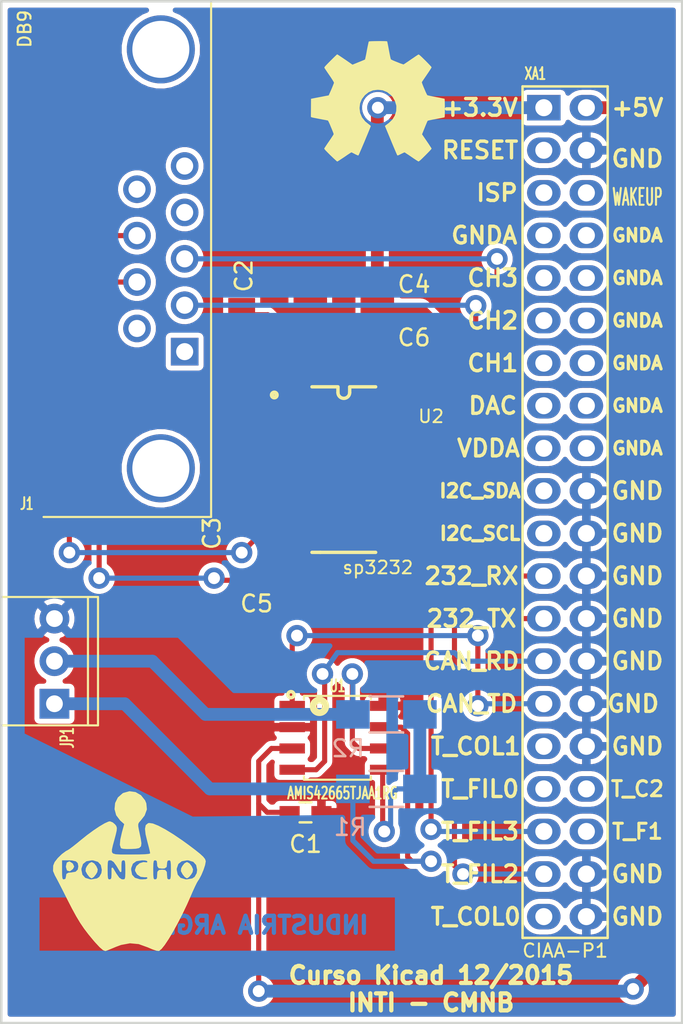
<source format=kicad_pcb>
(kicad_pcb (version 4) (host pcbnew 0.201512011501+6337~38~ubuntu14.04.1-stable)
  (layers (0 F.Cu signal hide) (31 B.Cu signal) (34 B.Paste user) (35 F.Paste user) (36 B.SilkS user) (37 F.SilkS user hide) (38 B.Mask user) (39 F.Mask user) (44 Edge.Cuts user))
  (net 0 "")
  (net 1 GND)
  (net 2 +5V)
  (net 3 "Net-(C2-Pad1)")
  (net 4 "Net-(C2-Pad2)")
  (net 5 "Net-(C3-Pad1)")
  (net 6 "Net-(C3-Pad2)")
  (net 7 "Net-(C4-Pad2)")
  (net 8 "Net-(C5-Pad2)")
  (net 9 +3.3V)
  (net 10 "Net-(J1-Pad2)")
  (net 11 "Net-(J1-Pad3)")
  (net 12 "Net-(J1-Pad7)")
  (net 13 "Net-(J1-Pad8)")
  (net 14 "Net-(JP1-Pad1)")
  (net 15 "Net-(JP1-Pad2)")
  (net 16 "Net-(R1-Pad2)")
  (net 17 /conector/CAN_TX)
  (net 18 /conector/CAN_RX)
  (net 19 /conector/RTS)
  (net 20 /conector/CTS)
  (net 21 /conector/RXD)
  (net 22 /conector/TXD)
  (module ej2:C_0603_HandSoldering (layer F.Cu) (at 132.461 130.556 180)
    (fp_text reference C1 (at 0 -1.9 180) (layer F.SilkS))
    (fp_text value C)
    (fp_line (start -0.35 -0.6) (end 0.35 -0.6) (layer F.SilkS) (width 0.15))
    (fp_line (start 0.35 0.6) (end -0.35 0.6) (layer F.SilkS) (width 0.15))
    (pad 1 smd rect (at -0.95 0 180) (size 1.2 0.75) (layers F.Cu F.Paste F.Mask) (net 1 GND))
    (pad 2 smd rect (at 0.95 0 180) (size 1.2 0.75) (layers F.Cu F.Paste F.Mask) (net 2 +5V))
  )
  (module ej2:DB9_F_TH (layer F.Cu) (at 123.825 97.536 90)
    (fp_text reference J1 (at -14.605 -8.001 180) (layer F.SilkS) (effects (font (size 0.7112 0.4572) (thickness 0.1143))))
    (fp_text value DB9 (at 13.716 -8.128 90) (layer F.SilkS) (effects (font (size 0.762 0.762) (thickness 0.127))))
    (fp_line (start 15.4 3) (end 15.4 -7) (layer F.SilkS) (width 0.127))
    (fp_line (start -15.4 3) (end -15.4 -7) (layer F.SilkS) (width 0.127))
    (fp_line (start 15.4 3) (end -15.4 3) (layer F.SilkS) (width 0.127))
    (pad 1 thru_hole rect (at -5.5372 1.4224 90) (size 1.651 1.651) (drill 1.016) (layers *.Cu *.Mask))
    (pad 2 thru_hole circle (at -2.7686 1.4224 90) (size 1.651 1.651) (drill 1.016) (layers *.Cu *.Mask) (net 10 "Net-(J1-Pad2)"))
    (pad 3 thru_hole circle (at 0 1.4224 90) (size 1.651 1.651) (drill 1.016) (layers *.Cu *.Mask) (net 11 "Net-(J1-Pad3)"))
    (pad 4 thru_hole circle (at 2.7686 1.4224 90) (size 1.651 1.651) (drill 1.016) (layers *.Cu *.Mask))
    (pad 5 thru_hole circle (at 5.5372 1.4224 90) (size 1.651 1.651) (drill 1.016) (layers *.Cu *.Mask))
    (pad 6 thru_hole circle (at -4.1529 -1.4224 90) (size 1.651 1.651) (drill 1.016) (layers *.Cu *.Mask))
    (pad 7 thru_hole circle (at -1.3843 -1.4224 90) (size 1.651 1.651) (drill 1.016) (layers *.Cu *.Mask) (net 12 "Net-(J1-Pad7)"))
    (pad 8 thru_hole circle (at 1.3843 -1.4224 90) (size 1.651 1.651) (drill 1.016) (layers *.Cu *.Mask) (net 13 "Net-(J1-Pad8)"))
    (pad 9 thru_hole circle (at 4.1529 -1.4224 90) (size 1.651 1.651) (drill 1.016) (layers *.Cu *.Mask))
    (pad 10 thru_hole circle (at -12.4968 0 90) (size 4.064 4.064) (drill 3.4) (layers *.Cu *.Mask))
    (pad 11 thru_hole circle (at 12.4968 0 90) (size 4.064 4.064) (drill 3.4) (layers *.Cu *.Mask))
  )
  (module ej2:CON_PALETA_3 (layer F.Cu) (at 117.475 121.539 90)
    (fp_text reference JP1 (at -4.572 0.762 90) (layer F.SilkS) (effects (font (size 0.762 0.4572) (thickness 0.127))))
    (fp_text value CONN_3)
    (fp_line (start 3.83 -3.2) (end 3.83 2.6) (layer F.SilkS) (width 0.127))
    (fp_line (start -3.83 -3.2) (end 3.83 -3.2) (layer F.SilkS) (width 0.127))
    (fp_line (start -3.83 2.6) (end -3.83 -3.2) (layer F.SilkS) (width 0.127))
    (fp_line (start 3.83 2.6) (end -3.83 2.6) (layer F.SilkS) (width 0.127))
    (fp_line (start 3.83 2) (end -3.83 2) (layer F.SilkS) (width 0.127))
    (pad 1 thru_hole rect (at -2.54 0 90) (size 1.778 1.778) (drill 1) (layers *.Cu *.Mask) (net 14 "Net-(JP1-Pad1)"))
    (pad 2 thru_hole circle (at 0 0 90) (size 1.778 1.778) (drill 1) (layers *.Cu *.Mask) (net 15 "Net-(JP1-Pad2)"))
    (pad 3 thru_hole circle (at 2.54 0 90) (size 1.778 1.778) (drill 1) (layers *.Cu *.Mask) (net 1 GND))
  )
  (module ej2:R_1206_HandSoldering (layer B.Cu) (at 137.287 129.159)
    (fp_text reference R1 (at -2.159 2.286) (layer B.SilkS) (effects (justify mirror)))
    (fp_text value R)
    (fp_line (start 1 -1.075) (end -1 -1.075) (layer B.SilkS) (width 0.15))
    (fp_line (start -1 1.075) (end 1 1.075) (layer B.SilkS) (width 0.15))
    (pad 1 smd rect (at -2 0) (size 2 1.7) (layers B.Cu B.Paste B.Mask) (net 14 "Net-(JP1-Pad1)"))
    (pad 2 smd rect (at 2 0) (size 2 1.7) (layers B.Cu B.Paste B.Mask) (net 16 "Net-(R1-Pad2)"))
  )
  (module ej2:R_1206_HandSoldering (layer B.Cu) (at 137.287 124.714 180)
    (fp_text reference R2 (at 2.286 -2.032 180) (layer B.SilkS) (effects (justify mirror)))
    (fp_text value R)
    (fp_line (start 1 -1.075) (end -1 -1.075) (layer B.SilkS) (width 0.15))
    (fp_line (start -1 1.075) (end 1 1.075) (layer B.SilkS) (width 0.15))
    (pad 1 smd rect (at -2 0 180) (size 2 1.7) (layers B.Cu B.Paste B.Mask) (net 16 "Net-(R1-Pad2)"))
    (pad 2 smd rect (at 2 0 180) (size 2 1.7) (layers B.Cu B.Paste B.Mask) (net 15 "Net-(JP1-Pad2)"))
  )
  (module ej2:SOIC-8 (layer F.Cu) (at 134.366 126.111)
    (fp_text reference U1 (at 0 -3.1) (layer F.SilkS) (effects (font (size 0.7112 0.4572) (thickness 0.1143))))
    (fp_text value AMIS42665TJAA1RG (at 0.3 3.3) (layer F.SilkS) (effects (font (size 0.7112 0.4572) (thickness 0.1143))))
    (fp_line (start -2 -2.5) (end -2 -2.3) (layer F.SilkS) (width 0.127))
    (fp_line (start -2 2.5) (end -2 2.3) (layer F.SilkS) (width 0.127))
    (fp_line (start 2 2.5) (end 2 2.3) (layer F.SilkS) (width 0.127))
    (fp_line (start 2 -2.5) (end 2 -2.3) (layer F.SilkS) (width 0.127))
    (fp_circle (center -2.7746 -2.5764) (end -2.8 -2.5) (layer F.SilkS) (width 0.2032))
    (fp_line (start 2 -2.5) (end -2 -2.5) (layer F.SilkS) (width 0.127))
    (fp_line (start -2 2.5) (end 2 2.5) (layer F.SilkS) (width 0.127))
    (fp_circle (center -1.0746 -1.8764) (end -1.1 -1.7) (layer F.SilkS) (width 0.4))
    (pad 1 smd rect (at -2.7 -1.905 270) (size 0.6 1.52) (layers F.Cu F.Paste F.Mask) (net 17 /conector/CAN_TX))
    (pad 2 smd rect (at -2.7 -0.635 270) (size 0.6 1.52) (layers F.Cu F.Paste F.Mask) (net 1 GND))
    (pad 3 smd rect (at -2.7 0.635 270) (size 0.6 1.52) (layers F.Cu F.Paste F.Mask) (net 2 +5V))
    (pad 4 smd rect (at -2.7 1.905 270) (size 0.6 1.52) (layers F.Cu F.Paste F.Mask) (net 18 /conector/CAN_RX))
    (pad 5 smd rect (at 2.7 1.905 270) (size 0.6 1.52) (layers F.Cu F.Paste F.Mask) (net 16 "Net-(R1-Pad2)"))
    (pad 6 smd rect (at 2.7 0.635 270) (size 0.6 1.52) (layers F.Cu F.Paste F.Mask) (net 15 "Net-(JP1-Pad2)"))
    (pad 7 smd rect (at 2.7 -0.635 270) (size 0.6 1.52) (layers F.Cu F.Paste F.Mask) (net 14 "Net-(JP1-Pad1)"))
    (pad 8 smd rect (at 2.7 -1.905 270) (size 0.6 1.52) (layers F.Cu F.Paste F.Mask) (net 1 GND))
  )
  (module ej2:SP3232ECN-SOIC16N (layer F.Cu) (at 134.747 110.109 270)
    (fp_text reference U2 (at -3.175 -5.207 360) (layer F.SilkS) (effects (font (size 0.762 0.762) (thickness 0.1143))))
    (fp_text value sp3232 (at 5.842 -2.032 360) (layer F.SilkS) (effects (font (size 0.762 0.762) (thickness 0.1143))))
    (fp_line (start -4.6 0.35) (end -4.9 0.35) (layer F.SilkS) (width 0.2032))
    (fp_line (start -4.6 -0.35) (end -4.9 -0.35) (layer F.SilkS) (width 0.2032))
    (fp_arc (start -4.6 0) (end -4.6 -0.35) (angle 180) (layer F.SilkS) (width 0.2032))
    (fp_circle (center -4.45 4.15) (end -4.35 4.05) (layer F.SilkS) (width 0.254))
    (fp_line (start -4.93776 1.89992) (end -4.93776 0.35) (layer F.SilkS) (width 0.2032))
    (fp_line (start -4.93776 -0.35) (end -4.93776 -1.89992) (layer F.SilkS) (width 0.2032))
    (fp_line (start 4.93776 -1.89992) (end 4.93776 1.39954) (layer F.SilkS) (width 0.2032))
    (fp_line (start 4.93776 1.39954) (end 4.93776 1.89992) (layer F.SilkS) (width 0.2032))
    (pad 1 smd rect (at -4.445 2.59842 270) (size 0.59944 2.19964) (layers F.Cu F.Paste F.Mask) (net 3 "Net-(C2-Pad1)"))
    (pad 2 smd rect (at -3.175 2.59842 270) (size 0.59944 2.19964) (layers F.Cu F.Paste F.Mask) (net 7 "Net-(C4-Pad2)"))
    (pad 3 smd rect (at -1.905 2.59842 270) (size 0.59944 2.19964) (layers F.Cu F.Paste F.Mask) (net 4 "Net-(C2-Pad2)"))
    (pad 4 smd rect (at -0.635 2.59842 270) (size 0.59944 2.19964) (layers F.Cu F.Paste F.Mask) (net 5 "Net-(C3-Pad1)"))
    (pad 5 smd rect (at 0.635 2.59842 270) (size 0.59944 2.19964) (layers F.Cu F.Paste F.Mask) (net 6 "Net-(C3-Pad2)"))
    (pad 6 smd rect (at 1.905 2.59842 270) (size 0.59944 2.19964) (layers F.Cu F.Paste F.Mask) (net 8 "Net-(C5-Pad2)"))
    (pad 7 smd rect (at 3.175 2.59842 270) (size 0.59944 2.19964) (layers F.Cu F.Paste F.Mask) (net 13 "Net-(J1-Pad8)"))
    (pad 8 smd rect (at 4.445 2.59842 270) (size 0.59944 2.19964) (layers F.Cu F.Paste F.Mask) (net 12 "Net-(J1-Pad7)"))
    (pad 9 smd rect (at 4.445 -2.59842 270) (size 0.59944 2.19964) (layers F.Cu F.Paste F.Mask) (net 19 /conector/RTS))
    (pad 10 smd rect (at 3.175 -2.59842 270) (size 0.59944 2.19964) (layers F.Cu F.Paste F.Mask) (net 20 /conector/CTS))
    (pad 11 smd rect (at 1.905 -2.59842 270) (size 0.59944 2.19964) (layers F.Cu F.Paste F.Mask) (net 21 /conector/RXD))
    (pad 12 smd rect (at 0.635 -2.59842 270) (size 0.59944 2.19964) (layers F.Cu F.Paste F.Mask) (net 22 /conector/TXD))
    (pad 13 smd rect (at -0.635 -2.59842 270) (size 0.59944 2.19964) (layers F.Cu F.Paste F.Mask) (net 11 "Net-(J1-Pad3)"))
    (pad 14 smd rect (at -1.905 -2.59842 270) (size 0.59944 2.19964) (layers F.Cu F.Paste F.Mask) (net 10 "Net-(J1-Pad2)"))
    (pad 15 smd rect (at -3.175 -2.59842 270) (size 0.59944 2.19964) (layers F.Cu F.Paste F.Mask) (net 1 GND))
    (pad 16 smd rect (at -4.445 -2.59842 270) (size 0.59944 2.19964) (layers F.Cu F.Paste F.Mask) (net 9 +3.3V))
  )
  (module ej2:Conn_Poncho_Derecha (layer F.Cu) (at 146.685 88.519)
    (fp_text reference XA1 (at -0.508 -2.032) (layer F.SilkS) (effects (font (size 0.7112 0.4572) (thickness 0.1143))))
    (fp_text value Conn_Poncho2P_2x_20x2 hide)
    (fp_text user GND (at 5.588 48.26) (layer F.SilkS) (effects (font (thickness 0.2))))
    (fp_text user GND (at 5.588 45.72) (layer F.SilkS) (effects (font (thickness 0.2))))
    (fp_text user T_F1 (at 5.588 43.18) (layer F.SilkS) (effects (font (size 0.9 0.9) (thickness 0.18))))
    (fp_text user T_C2 (at 5.588 40.64) (layer F.SilkS) (effects (font (size 0.9 0.9) (thickness 0.18))))
    (fp_text user GND (at 5.588 38.1) (layer F.SilkS) (effects (font (thickness 0.2))))
    (fp_text user GND (at 5.334 35.56) (layer F.SilkS) (effects (font (thickness 0.2))))
    (fp_text user GND (at 5.588 33.02) (layer F.SilkS) (effects (font (thickness 0.2))))
    (fp_text user GND (at 5.588 30.48) (layer F.SilkS) (effects (font (thickness 0.2))))
    (fp_text user GND (at 5.588 27.94) (layer F.SilkS) (effects (font (thickness 0.2))))
    (fp_text user GND (at 5.588 25.4) (layer F.SilkS) (effects (font (thickness 0.2))))
    (fp_text user GND (at 5.588 22.86) (layer F.SilkS) (effects (font (thickness 0.2))))
    (fp_text user GNDA (at 5.588 20.32) (layer F.SilkS) (effects (font (size 0.76 0.76) (thickness 0.19))))
    (fp_text user GNDA (at 5.588 17.78) (layer F.SilkS) (effects (font (size 0.76 0.76) (thickness 0.19))))
    (fp_text user GNDA (at 5.588 15.24) (layer F.SilkS) (effects (font (size 0.76 0.76) (thickness 0.19))))
    (fp_text user GNDA (at 5.588 12.7) (layer F.SilkS) (effects (font (size 0.76 0.76) (thickness 0.19))))
    (fp_text user GNDA (at 5.588 10.16) (layer F.SilkS) (effects (font (size 0.76 0.76) (thickness 0.19))))
    (fp_text user GNDA (at 5.588 7.62) (layer F.SilkS) (effects (font (size 0.76 0.76) (thickness 0.19))))
    (fp_text user WAKEUP (at 5.588 5.334) (layer F.SilkS) (effects (font (size 1 0.5) (thickness 0.125))))
    (fp_text user GND (at 5.588 3.048) (layer F.SilkS) (effects (font (thickness 0.2))))
    (fp_text user +5V (at 5.588 0) (layer F.SilkS) (effects (font (thickness 0.2))))
    (fp_text user T_COL0 (at -4.064 48.26) (layer F.SilkS) (effects (font (thickness 0.2))))
    (fp_text user T_FIL2 (at -3.81 45.72) (layer F.SilkS) (effects (font (thickness 0.2))))
    (fp_text user T_FIL3 (at -3.81 43.18) (layer F.SilkS) (effects (font (thickness 0.2))))
    (fp_text user T_FIL0 (at -3.81 40.64) (layer F.SilkS) (effects (font (thickness 0.2))))
    (fp_text user T_COL1 (at -4.064 38.1) (layer F.SilkS) (effects (font (thickness 0.2))))
    (fp_text user CAN_TD (at -4.318 35.56) (layer F.SilkS) (effects (font (thickness 0.2))))
    (fp_text user CAN_RD (at -4.318 33.02) (layer F.SilkS) (effects (font (thickness 0.2))))
    (fp_text user 232_TX (at -4.318 30.48) (layer F.SilkS) (effects (font (thickness 0.2))))
    (fp_text user 232_RX (at -4.318 27.94) (layer F.SilkS) (effects (font (thickness 0.2))))
    (fp_text user I2C_SCL (at -3.81 25.4) (layer F.SilkS) (effects (font (size 0.8 0.8) (thickness 0.2))))
    (fp_text user I2C_SDA (at -3.81 22.86) (layer F.SilkS) (effects (font (size 0.8 0.8) (thickness 0.2))))
    (fp_text user VDDA (at -3.302 20.32) (layer F.SilkS) (effects (font (thickness 0.2))))
    (fp_text user DAC (at -3.048 17.78) (layer F.SilkS) (effects (font (thickness 0.2))))
    (fp_text user CH1 (at -3.048 15.24) (layer F.SilkS) (effects (font (thickness 0.2))))
    (fp_text user CH2 (at -3.048 12.7) (layer F.SilkS) (effects (font (thickness 0.2))))
    (fp_text user CH3 (at -3.048 10.16) (layer F.SilkS) (effects (font (thickness 0.2))))
    (fp_text user GNDA (at -3.556 7.62) (layer F.SilkS) (effects (font (thickness 0.2))))
    (fp_text user ISP (at -2.794 5.08) (layer F.SilkS) (effects (font (thickness 0.2))))
    (fp_text user RESET (at -3.81 2.54) (layer F.SilkS) (effects (font (thickness 0.2))))
    (fp_text user CIAA-P1 (at 1.27 50.292) (layer F.SilkS) (effects (font (size 0.8 0.8) (thickness 0.12))))
    (fp_text user +3.3V (at -3.81 0) (layer F.SilkS) (effects (font (thickness 0.2))))
    (fp_line (start -1.27 49.53) (end -1.27 -1.27) (layer F.SilkS) (width 0.15))
    (fp_line (start 3.81 49.53) (end 3.81 -1.27) (layer F.SilkS) (width 0.15))
    (fp_line (start 3.81 49.53) (end -1.27 49.53) (layer F.SilkS) (width 0.15))
    (fp_line (start 3.81 -1.27) (end -1.27 -1.27) (layer F.SilkS) (width 0.15))
    (pad 1 thru_hole rect (at 0 0 270) (size 1.524 2) (drill 1.016) (layers *.Cu *.Mask) (net 9 +3.3V))
    (pad 2 thru_hole oval (at 2.54 0 270) (size 1.524 2) (drill 1.016) (layers *.Cu *.Mask) (net 2 +5V))
    (pad 11 thru_hole oval (at 0 12.7 270) (size 1.524 2) (drill 1.016) (layers *.Cu *.Mask))
    (pad 4 thru_hole oval (at 2.54 2.54 270) (size 1.524 2) (drill 1.016) (layers *.Cu *.Mask) (net 1 GND))
    (pad 13 thru_hole oval (at 0 15.24 270) (size 1.524 2) (drill 1.016) (layers *.Cu *.Mask))
    (pad 6 thru_hole oval (at 2.54 5.08 270) (size 1.524 2) (drill 1.016) (layers *.Cu *.Mask))
    (pad 15 thru_hole oval (at 0 17.78 270) (size 1.524 2) (drill 1.016) (layers *.Cu *.Mask))
    (pad 8 thru_hole oval (at 2.54 7.62 270) (size 1.524 2) (drill 1.016) (layers *.Cu *.Mask))
    (pad 17 thru_hole oval (at 0 20.32 270) (size 1.524 2) (drill 1.016) (layers *.Cu *.Mask))
    (pad 10 thru_hole oval (at 2.54 10.16 270) (size 1.524 2) (drill 1.016) (layers *.Cu *.Mask))
    (pad 19 thru_hole oval (at 0 22.86 270) (size 1.524 2) (drill 1.016) (layers *.Cu *.Mask))
    (pad 12 thru_hole oval (at 2.54 12.7 270) (size 1.524 2) (drill 1.016) (layers *.Cu *.Mask))
    (pad 21 thru_hole oval (at 0 25.4 270) (size 1.524 2) (drill 1.016) (layers *.Cu *.Mask))
    (pad 14 thru_hole oval (at 2.54 15.24 270) (size 1.524 2) (drill 1.016) (layers *.Cu *.Mask))
    (pad 23 thru_hole oval (at 0 27.94 270) (size 1.524 2) (drill 1.016) (layers *.Cu *.Mask) (net 22 /conector/TXD))
    (pad 16 thru_hole oval (at 2.54 17.78 270) (size 1.524 2) (drill 1.016) (layers *.Cu *.Mask))
    (pad 25 thru_hole oval (at 0 30.48 270) (size 1.524 2) (drill 1.016) (layers *.Cu *.Mask) (net 21 /conector/RXD))
    (pad 18 thru_hole oval (at 2.54 20.32 270) (size 1.524 2) (drill 1.016) (layers *.Cu *.Mask))
    (pad 27 thru_hole oval (at 0 33.02 270) (size 1.524 2) (drill 1.016) (layers *.Cu *.Mask) (net 18 /conector/CAN_RX))
    (pad 20 thru_hole oval (at 2.54 22.86 270) (size 1.524 2) (drill 1.016) (layers *.Cu *.Mask) (net 1 GND))
    (pad 29 thru_hole oval (at 0 35.56 270) (size 1.524 2) (drill 1.016) (layers *.Cu *.Mask) (net 17 /conector/CAN_TX))
    (pad 22 thru_hole oval (at 2.54 25.4 270) (size 1.524 2) (drill 1.016) (layers *.Cu *.Mask) (net 1 GND))
    (pad 31 thru_hole oval (at 0 38.1 270) (size 1.524 2) (drill 1.016) (layers *.Cu *.Mask))
    (pad 24 thru_hole oval (at 2.54 27.94 270) (size 1.524 2) (drill 1.016) (layers *.Cu *.Mask) (net 1 GND))
    (pad 26 thru_hole oval (at 2.54 30.48 270) (size 1.524 2) (drill 1.016) (layers *.Cu *.Mask) (net 1 GND))
    (pad 33 thru_hole oval (at 0 40.64 270) (size 1.524 2) (drill 1.016) (layers *.Cu *.Mask))
    (pad 28 thru_hole oval (at 2.54 33.02 270) (size 1.524 2) (drill 1.016) (layers *.Cu *.Mask) (net 1 GND))
    (pad 32 thru_hole oval (at 2.54 38.1 270) (size 1.524 2) (drill 1.016) (layers *.Cu *.Mask) (net 1 GND))
    (pad 34 thru_hole oval (at 2.54 40.64 270) (size 1.524 2) (drill 1.016) (layers *.Cu *.Mask))
    (pad 36 thru_hole oval (at 2.54 43.18 270) (size 1.524 2) (drill 1.016) (layers *.Cu *.Mask))
    (pad 38 thru_hole oval (at 2.54 45.72 270) (size 1.524 2) (drill 1.016) (layers *.Cu *.Mask) (net 1 GND))
    (pad 35 thru_hole oval (at 0 43.18 270) (size 1.524 2) (drill 1.016) (layers *.Cu *.Mask) (net 19 /conector/RTS))
    (pad 37 thru_hole oval (at 0 45.72 270) (size 1.524 2) (drill 1.016) (layers *.Cu *.Mask) (net 20 /conector/CTS))
    (pad 3 thru_hole oval (at 0 2.54 270) (size 1.524 2) (drill 1.016) (layers *.Cu *.Mask))
    (pad 5 thru_hole oval (at 0 5.08 270) (size 1.524 2) (drill 1.016) (layers *.Cu *.Mask))
    (pad 7 thru_hole oval (at 0 7.62 270) (size 1.524 2) (drill 1.016) (layers *.Cu *.Mask))
    (pad 9 thru_hole oval (at 0 10.16 270) (size 1.524 2) (drill 1.016) (layers *.Cu *.Mask))
    (pad 39 thru_hole oval (at 0 48.26 270) (size 1.524 2) (drill 1.016) (layers *.Cu *.Mask))
    (pad 40 thru_hole oval (at 2.54 48.26 270) (size 1.524 2) (drill 1.016) (layers *.Cu *.Mask) (net 1 GND))
    (pad 30 thru_hole oval (at 2.54 35.56 270) (size 1.524 2) (drill 1.016) (layers *.Cu *.Mask) (net 1 GND))
  )
  (module ej2:C_1206_HandSoldering (layer F.Cu) (at 128.651 102.87 270)
    (fp_text reference C2 (at -4.318 -0.127 270) (layer F.SilkS))
    (fp_text value C)
    (pad 1 smd rect (at -2 0 270) (size 2 1.6) (layers F.Cu F.Paste F.Mask) (net 3 "Net-(C2-Pad1)"))
    (pad 2 smd rect (at 2 0 270) (size 2 1.6) (layers F.Cu F.Paste F.Mask) (net 4 "Net-(C2-Pad2)"))
  )
  (module ej2:C_1206_HandSoldering (layer F.Cu) (at 128.651 110.236 270)
    (fp_text reference C3 (at 3.683 1.778 270) (layer F.SilkS))
    (fp_text value C)
    (pad 1 smd rect (at -2 0 270) (size 2 1.6) (layers F.Cu F.Paste F.Mask) (net 5 "Net-(C3-Pad1)"))
    (pad 2 smd rect (at 2 0 270) (size 2 1.6) (layers F.Cu F.Paste F.Mask) (net 6 "Net-(C3-Pad2)"))
  )
  (module ej2:C_1206_HandSoldering (layer F.Cu) (at 134.747 103.378)
    (fp_text reference C4 (at 4.191 -4.318) (layer F.SilkS))
    (fp_text value C)
    (pad 1 smd rect (at -2 0) (size 2 1.6) (layers F.Cu F.Paste F.Mask) (net 1 GND))
    (pad 2 smd rect (at 2 0) (size 2 1.6) (layers F.Cu F.Paste F.Mask) (net 7 "Net-(C4-Pad2)"))
  )
  (module ej2:C_1206_HandSoldering (layer F.Cu) (at 134.239 117.983 180)
    (fp_text reference C5 (at 4.699 -0.127 180) (layer F.SilkS))
    (fp_text value C)
    (pad 1 smd rect (at -2 0 180) (size 2 1.6) (layers F.Cu F.Paste F.Mask) (net 1 GND))
    (pad 2 smd rect (at 2 0 180) (size 2 1.6) (layers F.Cu F.Paste F.Mask) (net 8 "Net-(C5-Pad2)"))
  )
  (module ej2:C_1206_HandSoldering (layer F.Cu) (at 134.747 100.584 180)
    (fp_text reference C6 (at -4.191 -1.651 180) (layer F.SilkS))
    (fp_text value C)
    (pad 1 smd rect (at -2 0 180) (size 2 1.6) (layers F.Cu F.Paste F.Mask) (net 9 +3.3V))
    (pad 2 smd rect (at 2 0 180) (size 2 1.6) (layers F.Cu F.Paste F.Mask) (net 1 GND))
  )
  (module ej2:Logo_Poncho (layer F.Cu) (at 121.92 134.112)
    (fp_text reference Gxxx hide)
    (fp_text value LOGO hide)
    (fp_poly (pts (xy 4.535714 -0.627021) (xy 4.498746 -0.420109) (xy 4.405012 -0.1352) (xy 4.280272 0.162897) (xy 4.150281 0.409374) (xy 4.123376 0.447413) (xy 4.123376 -0.123701) (xy 4.058326 -0.436938) (xy 3.869112 -0.644378) (xy 3.564639 -0.737671) (xy 3.463636 -0.742208) (xy 3.129516 -0.681223) (xy 2.908248 -0.503835) (xy 2.808734 -0.218392) (xy 2.803896 -0.123701) (xy 2.868946 0.189536) (xy 3.058159 0.396975) (xy 3.362633 0.490269) (xy 3.463636 0.494805) (xy 3.797606 0.436492) (xy 3.958441 0.32987) (xy 4.092315 0.09203) (xy 4.123376 -0.123701) (xy 4.123376 0.447413) (xy 4.089856 0.494805) (xy 4.013749 0.621925) (xy 3.89522 0.861365) (xy 3.753792 1.172585) (xy 3.672876 1.360714) (xy 3.421635 1.929272) (xy 3.149718 2.496808) (xy 2.869494 3.041693) (xy 2.593334 3.542296) (xy 2.556493 3.603955) (xy 2.556493 -0.123701) (xy 2.552598 -0.439936) (xy 2.534834 -0.625484) (xy 2.494089 -0.714524) (xy 2.421247 -0.741238) (xy 2.391558 -0.742208) (xy 2.270831 -0.703329) (xy 2.228325 -0.558669) (xy 2.226623 -0.494805) (xy 2.206189 -0.31957) (xy 2.109798 -0.254982) (xy 1.97922 -0.247402) (xy 1.803985 -0.267837) (xy 1.739397 -0.364227) (xy 1.731818 -0.494805) (xy 1.705898 -0.675896) (xy 1.609459 -0.739655) (xy 1.566883 -0.742208) (xy 1.482553 -0.727599) (xy 1.433074 -0.660988) (xy 1.40933 -0.508193) (xy 1.402206 -0.235036) (xy 1.401948 -0.123701) (xy 1.405843 0.192533) (xy 1.423606 0.378081) (xy 1.464351 0.467122) (xy 1.537193 0.493835) (xy 1.566883 0.494805) (xy 1.680559 0.462518) (xy 1.726426 0.336472) (xy 1.731818 0.206169) (xy 1.745609 0.012245) (xy 1.815564 -0.067294) (xy 1.97922 -0.082467) (xy 2.145441 -0.066377) (xy 2.213617 0.015237) (xy 2.226623 0.206169) (xy 2.245073 0.405103) (xy 2.317099 0.48537) (xy 2.391558 0.494805) (xy 2.475887 0.480197) (xy 2.525367 0.413586) (xy 2.549111 0.260791) (xy 2.556234 -0.012366) (xy 2.556493 -0.123701) (xy 2.556493 3.603955) (xy 2.33361 3.976986) (xy 2.102692 4.324132) (xy 1.912952 4.562103) (xy 1.781691 4.667512) (xy 1.660102 4.654002) (xy 1.438445 4.580892) (xy 1.163465 4.463746) (xy 1.154545 4.459546) (xy 1.154545 0.36149) (xy 1.110706 0.268405) (xy 0.956623 0.266159) (xy 0.938776 0.269422) (xy 0.717011 0.243945) (xy 0.523128 0.11531) (xy 0.417755 -0.07121) (xy 0.412337 -0.123701) (xy 0.484303 -0.318602) (xy 0.658393 -0.472009) (xy 0.871896 -0.536691) (xy 0.949632 -0.528355) (xy 1.105982 -0.515384) (xy 1.154279 -0.597467) (xy 1.154545 -0.609566) (xy 1.114247 -0.69528) (xy 0.970303 -0.735064) (xy 0.783441 -0.742208) (xy 0.429195 -0.687347) (xy 0.198088 -0.523118) (xy 0.090717 -0.250044) (xy 0.082467 -0.123701) (xy 0.144642 0.188869) (xy 0.330769 0.392787) (xy 0.640252 0.487526) (xy 0.783441 0.494805) (xy 1.022962 0.480515) (xy 1.134243 0.429291) (xy 1.154545 0.36149) (xy 1.154545 4.459546) (xy 1.148315 4.456614) (xy 0.592041 4.256938) (xy 0.061238 4.207886) (xy -0.164935 4.249843) (xy -0.164935 -0.123701) (xy -0.168831 -0.439936) (xy -0.186594 -0.625484) (xy -0.227339 -0.714524) (xy -0.300181 -0.741238) (xy -0.329871 -0.742208) (xy -0.435349 -0.716231) (xy -0.483875 -0.609894) (xy -0.495586 -0.391721) (xy -0.496366 -0.041234) (xy -0.706429 -0.391721) (xy -0.874005 -0.625569) (xy -1.029731 -0.729733) (xy -1.117986 -0.742208) (xy -1.220495 -0.733937) (xy -1.280586 -0.685976) (xy -1.309571 -0.563603) (xy -1.318762 -0.332094) (xy -1.319481 -0.123701) (xy -1.315585 0.192533) (xy -1.297822 0.378081) (xy -1.257077 0.467122) (xy -1.184235 0.493835) (xy -1.154546 0.494805) (xy -1.049068 0.468829) (xy -1.000541 0.362492) (xy -0.988831 0.144318) (xy -0.98805 -0.206169) (xy -0.777988 0.144318) (xy -0.610412 0.378167) (xy -0.454685 0.48233) (xy -0.36643 0.494805) (xy -0.263922 0.486535) (xy -0.203831 0.438574) (xy -0.174846 0.3162) (xy -0.165655 0.084692) (xy -0.164935 -0.123701) (xy -0.164935 4.249843) (xy -0.48241 4.308738) (xy -0.783442 4.420415) (xy -1.059466 4.535832) (xy -1.285963 4.626797) (xy -1.401948 4.669513) (xy -1.518876 4.625399) (xy -1.566884 4.584033) (xy -1.566884 -0.123701) (xy -1.631934 -0.436938) (xy -1.821147 -0.644378) (xy -2.12562 -0.737671) (xy -2.226624 -0.742208) (xy -2.560743 -0.681223) (xy -2.782012 -0.503835) (xy -2.881525 -0.218392) (xy -2.886364 -0.123701) (xy -2.821314 0.189536) (xy -2.6321 0.396975) (xy -2.327627 0.490269) (xy -2.226624 0.494805) (xy -1.892653 0.436492) (xy -1.731819 0.32987) (xy -1.597945 0.09203) (xy -1.566884 -0.123701) (xy -1.566884 4.584033) (xy -1.717176 4.454536) (xy -1.98582 4.166799) (xy -2.061689 4.078924) (xy -2.369861 3.70727) (xy -2.632201 3.363429) (xy -2.870341 3.013116) (xy -2.968832 2.849614) (xy -2.968832 -0.32987) (xy -3.007485 -0.54598) (xy -3.140146 -0.67528) (xy -3.391869 -0.734039) (xy -3.603832 -0.742208) (xy -4.04091 -0.742208) (xy -4.04091 -0.123701) (xy -4.037014 0.192533) (xy -4.019251 0.378081) (xy -3.978506 0.467122) (xy -3.905664 0.493835) (xy -3.875974 0.494805) (xy -3.746639 0.446485) (xy -3.711039 0.288637) (xy -3.687673 0.146227) (xy -3.584731 0.090232) (xy -3.438897 0.082468) (xy -3.16065 0.034793) (xy -3.008068 -0.114765) (xy -2.968832 -0.32987) (xy -2.968832 2.849614) (xy -3.105916 2.622046) (xy -3.360558 2.155935) (xy -3.6559 1.580499) (xy -3.724805 1.443182) (xy -3.927446 1.040996) (xy -4.107468 0.68891) (xy -4.250627 0.414385) (xy -4.342678 0.24488) (xy -4.366512 0.206169) (xy -4.479713 -0.061738) (xy -4.470402 -0.368299) (xy -4.39208 -0.562072) (xy -4.211754 -0.794239) (xy -3.970771 -1.027175) (xy -3.729883 -1.205582) (xy -3.628572 -1.257014) (xy -3.515586 -1.328258) (xy -3.31072 -1.481511) (xy -3.047204 -1.691308) (xy -2.861153 -1.845142) (xy -2.478394 -2.151727) (xy -2.09396 -2.434151) (xy -1.735885 -2.674156) (xy -1.432202 -2.853482) (xy -1.210945 -2.953871) (xy -1.135923 -2.968831) (xy -0.992755 -2.911987) (xy -0.868796 -2.807085) (xy -0.798823 -2.718089) (xy -0.768465 -2.621372) (xy -0.779148 -2.476306) (xy -0.832302 -2.242261) (xy -0.897248 -1.997411) (xy -1.002077 -1.614541) (xy -1.0637 -1.342913) (xy -1.062894 -1.163551) (xy -0.980436 -1.05748) (xy -0.797105 -1.005726) (xy -0.493678 -0.989314) (xy -0.050932 -0.989267) (xy 0.123701 -0.98961) (xy 0.616616 -0.993152) (xy 0.963601 -1.004879) (xy 1.183529 -1.026446) (xy 1.295275 -1.059505) (xy 1.31948 -1.094352) (xy 1.298521 -1.22034) (xy 1.243133 -1.457326) (xy 1.164548 -1.757819) (xy 1.150407 -1.809213) (xy 1.043088 -2.255847) (xy 1.008894 -2.569631) (xy 1.048676 -2.765972) (xy 1.163285 -2.860279) (xy 1.208992 -2.870512) (xy 1.420553 -2.83991) (xy 1.739874 -2.711189) (xy 2.149801 -2.493929) (xy 2.633175 -2.197713) (xy 3.172841 -1.832122) (xy 3.525487 -1.576813) (xy 3.929546 -1.272303) (xy 4.214754 -1.04349) (xy 4.398878 -0.873667) (xy 4.499689 -0.746128) (xy 4.534955 -0.644167) (xy 4.535714 -0.627021) (xy 4.535714 -0.627021)) (layer F.SilkS) (width 0.1))
    (fp_poly (pts (xy 1.023542 -3.736319) (xy 0.895402 -3.389445) (xy 0.679417 -3.11223) (xy 0.563302 -2.982356) (xy 0.508034 -2.869698) (xy 0.506066 -2.720981) (xy 0.549854 -2.48293) (xy 0.574294 -2.370022) (xy 0.658312 -1.973188) (xy 0.69611 -1.709422) (xy 0.675383 -1.550382) (xy 0.583822 -1.467723) (xy 0.409122 -1.433104) (xy 0.16144 -1.419187) (xy -0.12355 -1.415195) (xy -0.339882 -1.428263) (xy -0.43645 -1.453549) (xy -0.490308 -1.618268) (xy -0.466441 -1.923684) (xy -0.365224 -2.365222) (xy -0.360015 -2.384058) (xy -0.225225 -2.868872) (xy -0.488808 -3.104404) (xy -0.714353 -3.402585) (xy -0.808424 -3.746824) (xy -0.77552 -4.096523) (xy -0.620138 -4.411085) (xy -0.346777 -4.649915) (xy -0.31571 -4.666738) (xy 0.033719 -4.763905) (xy 0.380075 -4.71573) (xy 0.68714 -4.538441) (xy 0.918691 -4.248265) (xy 0.989692 -4.081895) (xy 1.023542 -3.736319) (xy 1.023542 -3.736319)) (layer F.SilkS) (width 0.1))
    (fp_poly (pts (xy -3.320079 -0.321578) (xy -3.381169 -0.206169) (xy -3.537606 -0.087441) (xy -3.656944 -0.12265) (xy -3.710414 -0.301007) (xy -3.711039 -0.32987) (xy -3.666881 -0.523821) (xy -3.553583 -0.57585) (xy -3.399915 -0.47517) (xy -3.381169 -0.453571) (xy -3.320079 -0.321578) (xy -3.320079 -0.321578)) (layer F.SilkS) (width 0.1))
    (fp_poly (pts (xy -1.911824 -0.1467) (xy -1.935194 -0.006732) (xy -2.006645 0.114199) (xy -2.128505 0.265484) (xy -2.225472 0.329848) (xy -2.226624 0.32987) (xy -2.322643 0.267542) (xy -2.444552 0.117317) (xy -2.446603 0.114199) (xy -2.537406 -0.05684) (xy -2.52656 -0.197017) (xy -2.465958 -0.318756) (xy -2.343482 -0.473895) (xy -2.226624 -0.536039) (xy -2.106037 -0.47051) (xy -1.987289 -0.318756) (xy -1.911824 -0.1467) (xy -1.911824 -0.1467)) (layer F.SilkS) (width 0.1))
    (fp_poly (pts (xy 3.778435 -0.1467) (xy 3.755065 -0.006732) (xy 3.683615 0.114199) (xy 3.561755 0.265484) (xy 3.464788 0.329848) (xy 3.463636 0.32987) (xy 3.367616 0.267542) (xy 3.245708 0.117317) (xy 3.243657 0.114199) (xy 3.152854 -0.05684) (xy 3.163699 -0.197017) (xy 3.224301 -0.318756) (xy 3.346778 -0.473895) (xy 3.463636 -0.536039) (xy 3.584223 -0.47051) (xy 3.702971 -0.318756) (xy 3.778435 -0.1467) (xy 3.778435 -0.1467)) (layer F.SilkS) (width 0.1))
  )
  (module ej2:Logo_OSHWA (layer F.Cu) (at 136.779 88.138)
    (fp_text reference G101 hide)
    (fp_text value Logo_OSHWA hide)
    (fp_poly (pts (xy -2.42316 3.59156) (xy -2.38252 3.57124) (xy -2.28854 3.51282) (xy -2.15392 3.42392) (xy -1.99644 3.31978) (xy -1.83896 3.21056) (xy -1.70942 3.1242) (xy -1.61798 3.06578) (xy -1.57988 3.04546) (xy -1.55956 3.05054) (xy -1.48336 3.08864) (xy -1.37414 3.14452) (xy -1.31064 3.17754) (xy -1.21158 3.22072) (xy -1.16078 3.23088) (xy -1.15316 3.21564) (xy -1.11506 3.13944) (xy -1.05918 3.00736) (xy -0.98298 2.83464) (xy -0.89662 2.63144) (xy -0.80264 2.413) (xy -0.7112 2.18948) (xy -0.6223 1.97612) (xy -0.54356 1.78562) (xy -0.48006 1.63068) (xy -0.43942 1.52146) (xy -0.42418 1.47574) (xy -0.42926 1.46558) (xy -0.48006 1.41732) (xy -0.56642 1.35128) (xy -0.75692 1.19634) (xy -0.94234 0.96266) (xy -1.05664 0.6985) (xy -1.09474 0.40386) (xy -1.06172 0.13208) (xy -0.95504 -0.12954) (xy -0.77216 -0.36576) (xy -0.55118 -0.54102) (xy -0.2921 -0.65278) (xy 0 -0.68834) (xy 0.2794 -0.65786) (xy 0.5461 -0.55118) (xy 0.78232 -0.37084) (xy 0.88138 -0.25654) (xy 1.01854 -0.01778) (xy 1.09728 0.23876) (xy 1.1049 0.30226) (xy 1.09474 0.5842) (xy 1.01092 0.85344) (xy 0.8636 1.09474) (xy 0.65786 1.29032) (xy 0.62992 1.31064) (xy 0.53594 1.38176) (xy 0.47244 1.43002) (xy 0.42164 1.47066) (xy 0.77978 2.33172) (xy 0.83566 2.46888) (xy 0.93472 2.7051) (xy 1.02108 2.9083) (xy 1.08966 3.06832) (xy 1.13792 3.17754) (xy 1.15824 3.22072) (xy 1.16078 3.22326) (xy 1.19126 3.22834) (xy 1.2573 3.20294) (xy 1.37668 3.14452) (xy 1.45796 3.10388) (xy 1.5494 3.0607) (xy 1.59004 3.04546) (xy 1.6256 3.06324) (xy 1.71196 3.12166) (xy 1.8415 3.20548) (xy 1.9939 3.30962) (xy 2.14122 3.41122) (xy 2.27584 3.50012) (xy 2.3749 3.56108) (xy 2.42316 3.58902) (xy 2.43078 3.58902) (xy 2.47142 3.56362) (xy 2.55016 3.50012) (xy 2.667 3.38836) (xy 2.8321 3.2258) (xy 2.8575 3.2004) (xy 2.99466 3.0607) (xy 3.10642 2.94386) (xy 3.18008 2.86258) (xy 3.20548 2.82448) (xy 3.20548 2.82448) (xy 3.18262 2.77622) (xy 3.11912 2.6797) (xy 3.03022 2.54254) (xy 2.921 2.38252) (xy 2.63652 1.9685) (xy 2.794 1.57734) (xy 2.84226 1.45796) (xy 2.90322 1.31318) (xy 2.9464 1.20904) (xy 2.9718 1.16332) (xy 3.01244 1.14808) (xy 3.12166 1.12268) (xy 3.2766 1.08966) (xy 3.45948 1.05664) (xy 3.63728 1.02362) (xy 3.7973 0.99314) (xy 3.9116 0.97028) (xy 3.9624 0.96012) (xy 3.9751 0.9525) (xy 3.98526 0.9271) (xy 3.99288 0.87376) (xy 3.99542 0.77724) (xy 3.99796 0.62484) (xy 3.99796 0.40386) (xy 3.99796 0.381) (xy 3.99542 0.17018) (xy 3.99288 0.00254) (xy 3.9878 -0.10668) (xy 3.98018 -0.14986) (xy 3.98018 -0.14986) (xy 3.92938 -0.16256) (xy 3.81762 -0.18542) (xy 3.6576 -0.21844) (xy 3.4671 -0.254) (xy 3.45694 -0.25654) (xy 3.26644 -0.2921) (xy 3.10896 -0.32512) (xy 2.9972 -0.35052) (xy 2.95148 -0.36576) (xy 2.94132 -0.37846) (xy 2.90322 -0.45212) (xy 2.84734 -0.56896) (xy 2.78638 -0.71374) (xy 2.72288 -0.86106) (xy 2.66954 -0.99568) (xy 2.63398 -1.09474) (xy 2.62382 -1.14046) (xy 2.62382 -1.14046) (xy 2.65176 -1.18618) (xy 2.7178 -1.28524) (xy 2.80924 -1.41986) (xy 2.921 -1.58242) (xy 2.92862 -1.59512) (xy 3.03784 -1.75514) (xy 3.12674 -1.88976) (xy 3.18516 -1.98628) (xy 3.20548 -2.02946) (xy 3.20548 -2.032) (xy 3.16992 -2.08026) (xy 3.08864 -2.16916) (xy 2.9718 -2.29108) (xy 2.8321 -2.43332) (xy 2.78638 -2.4765) (xy 2.63144 -2.6289) (xy 2.52476 -2.72796) (xy 2.45618 -2.7813) (xy 2.42316 -2.794) (xy 2.42316 -2.79146) (xy 2.3749 -2.76352) (xy 2.2733 -2.69748) (xy 2.13614 -2.6035) (xy 1.97358 -2.49428) (xy 1.96342 -2.48666) (xy 1.8034 -2.37744) (xy 1.67132 -2.28854) (xy 1.5748 -2.22504) (xy 1.53416 -2.19964) (xy 1.52654 -2.19964) (xy 1.46304 -2.21996) (xy 1.34874 -2.25806) (xy 1.20904 -2.31394) (xy 1.06172 -2.37236) (xy 0.9271 -2.42824) (xy 0.8255 -2.4765) (xy 0.77724 -2.5019) (xy 0.77724 -2.50444) (xy 0.75946 -2.56286) (xy 0.73152 -2.68224) (xy 0.6985 -2.84734) (xy 0.6604 -3.04292) (xy 0.65532 -3.0734) (xy 0.61976 -3.2639) (xy 0.58928 -3.42138) (xy 0.56642 -3.5306) (xy 0.55372 -3.57632) (xy 0.52832 -3.5814) (xy 0.43434 -3.58902) (xy 0.2921 -3.59156) (xy 0.11938 -3.5941) (xy -0.06096 -3.59156) (xy -0.23622 -3.58902) (xy -0.38862 -3.58394) (xy -0.4953 -3.57632) (xy -0.54102 -3.56616) (xy -0.54356 -3.56362) (xy -0.5588 -3.5052) (xy -0.5842 -3.38582) (xy -0.61976 -3.22072) (xy -0.65786 -3.0226) (xy -0.66294 -2.98958) (xy -0.6985 -2.79908) (xy -0.73152 -2.64414) (xy -0.75438 -2.53492) (xy -0.76708 -2.49428) (xy -0.78232 -2.48412) (xy -0.86106 -2.4511) (xy -0.98806 -2.39776) (xy -1.14808 -2.33426) (xy -1.51384 -2.1844) (xy -1.96088 -2.49428) (xy -2.00406 -2.52222) (xy -2.16408 -2.63144) (xy -2.2987 -2.72034) (xy -2.39014 -2.77876) (xy -2.42824 -2.80162) (xy -2.43078 -2.79908) (xy -2.4765 -2.76098) (xy -2.5654 -2.67716) (xy -2.68732 -2.55778) (xy -2.82702 -2.41808) (xy -2.93116 -2.31394) (xy -3.05562 -2.18694) (xy -3.13436 -2.10312) (xy -3.17754 -2.04724) (xy -3.19278 -2.01422) (xy -3.1877 -1.9939) (xy -3.15976 -1.94818) (xy -3.09372 -1.84912) (xy -3.00228 -1.71196) (xy -2.89306 -1.55448) (xy -2.80162 -1.41986) (xy -2.7051 -1.27) (xy -2.6416 -1.16332) (xy -2.61874 -1.10998) (xy -2.62382 -1.08712) (xy -2.65684 -1.00076) (xy -2.71018 -0.86614) (xy -2.77622 -0.70866) (xy -2.9337 -0.35306) (xy -3.16738 -0.30988) (xy -3.30708 -0.28194) (xy -3.5052 -0.24384) (xy -3.69316 -0.20828) (xy -3.9878 -0.14986) (xy -3.99796 0.93218) (xy -3.95224 0.9525) (xy -3.90906 0.9652) (xy -3.79984 0.98806) (xy -3.6449 1.01854) (xy -3.45948 1.0541) (xy -3.30454 1.08458) (xy -3.14452 1.11252) (xy -3.03276 1.13538) (xy -2.98196 1.14554) (xy -2.96926 1.16332) (xy -2.92862 1.23952) (xy -2.87274 1.36144) (xy -2.81178 1.50876) (xy -2.74828 1.65862) (xy -2.6924 1.79832) (xy -2.65176 1.905) (xy -2.63906 1.96088) (xy -2.65938 2.00406) (xy -2.72034 2.0955) (xy -2.8067 2.22758) (xy -2.91338 2.38506) (xy -3.0226 2.54254) (xy -3.1115 2.67716) (xy -3.175 2.77368) (xy -3.2004 2.81686) (xy -3.1877 2.84734) (xy -3.12674 2.92354) (xy -3.00736 3.04546) (xy -2.8321 3.22072) (xy -2.80162 3.24866) (xy -2.66192 3.38328) (xy -2.54254 3.4925) (xy -2.46126 3.56616) (xy -2.42316 3.59156)) (layer F.SilkS) (width 0.00254))
  )
  (gr_text "Curso Kicad 12/2015\nINTI - CMNB" (at 139.954 141.097) (layer F.SilkS) (effects (font (size 1.016 1.016) (thickness 0.254))))
  (gr_text "INDUSTRIA ARGENTINA" (at 127.889 137.287) (layer B.Cu) (effects (font (size 1.016 1.016) (thickness 0.254)) (justify mirror)))
  (gr_line (start 114.3 143.129) (end 114.3 82.169) (angle 90) (layer Edge.Cuts) (width 0.15))
  (gr_line (start 154.94 143.129) (end 114.3 143.129) (angle 90) (layer Edge.Cuts) (width 0.15))
  (gr_line (start 154.94 82.169) (end 154.94 143.129) (angle 90) (layer Edge.Cuts) (width 0.15))
  (gr_line (start 114.3 82.169) (end 154.94 82.169) (angle 90) (layer Edge.Cuts) (width 0.15))
  (segment (start 129.667 141.224) (end 129.667 130.048) (width 0.3048) (layer F.Cu) (net 2))
  (segment (start 152.273 88.519) (end 153.035 89.281) (width 0.762) (layer F.Cu) (net 2))
  (segment (start 153.035 89.281) (end 153.035 140.081) (width 0.762) (layer F.Cu) (net 2))
  (segment (start 153.035 140.081) (end 152.019 141.097) (width 0.762) (layer F.Cu) (net 2))
  (via (at 152.019 141.097) (size 1.27) (drill 0.7112) (layers F.Cu B.Cu) (net 2))
  (segment (start 152.019 141.097) (end 151.892 141.224) (width 0.762) (layer B.Cu) (net 2))
  (segment (start 151.892 141.224) (end 129.667 141.224) (width 0.762) (layer B.Cu) (net 2))
  (via (at 129.667 141.224) (size 1.27) (drill 0.7112) (layers F.Cu B.Cu) (net 2))
  (segment (start 149.225 88.519) (end 152.273 88.519) (width 0.762) (layer F.Cu) (net 2))
  (segment (start 131.511 130.556) (end 130.175 130.556) (width 0.3048) (layer F.Cu) (net 2))
  (segment (start 130.175 130.556) (end 129.667 130.048) (width 0.3048) (layer F.Cu) (net 2))
  (segment (start 129.667 130.048) (end 129.667 127.508) (width 0.3048) (layer F.Cu) (net 2))
  (segment (start 130.429 126.746) (end 131.666 126.746) (width 0.3048) (layer F.Cu) (net 2))
  (segment (start 129.667 127.508) (end 130.429 126.746) (width 0.3048) (layer F.Cu) (net 2))
  (segment (start 130.81 101.473) (end 130.81 104.32542) (width 0.3048) (layer F.Cu) (net 3))
  (segment (start 130.207 100.87) (end 130.81 101.473) (width 0.3048) (layer F.Cu) (net 3))
  (segment (start 128.651 100.87) (end 130.207 100.87) (width 0.3048) (layer F.Cu) (net 3))
  (segment (start 130.81 104.32542) (end 132.14858 105.664) (width 0.3048) (layer F.Cu) (net 3))
  (segment (start 132.14858 108.204) (end 130.556 108.204) (width 0.3048) (layer F.Cu) (net 4))
  (segment (start 130.048 106.267) (end 128.651 104.87) (width 0.3048) (layer F.Cu) (net 4))
  (segment (start 130.048 107.696) (end 130.048 106.267) (width 0.3048) (layer F.Cu) (net 4))
  (segment (start 130.556 108.204) (end 130.048 107.696) (width 0.3048) (layer F.Cu) (net 4))
  (segment (start 132.14858 109.474) (end 129.889 109.474) (width 0.3048) (layer F.Cu) (net 5))
  (segment (start 129.889 109.474) (end 128.651 108.236) (width 0.3048) (layer F.Cu) (net 5))
  (segment (start 128.651 112.236) (end 128.651 111.76) (width 0.3048) (layer F.Cu) (net 6))
  (segment (start 128.651 111.76) (end 129.667 110.744) (width 0.3048) (layer F.Cu) (net 6))
  (segment (start 129.667 110.744) (end 132.14858 110.744) (width 0.3048) (layer F.Cu) (net 6))
  (segment (start 136.747 103.378) (end 135.636 103.378) (width 0.3048) (layer F.Cu) (net 7))
  (segment (start 134.112 106.934) (end 132.14858 106.934) (width 0.3048) (layer F.Cu) (net 7))
  (segment (start 134.62 106.426) (end 134.112 106.934) (width 0.3048) (layer F.Cu) (net 7))
  (segment (start 134.62 104.394) (end 134.62 106.426) (width 0.3048) (layer F.Cu) (net 7))
  (segment (start 135.636 103.378) (end 134.62 104.394) (width 0.3048) (layer F.Cu) (net 7))
  (segment (start 132.239 117.983) (end 133.604 117.983) (width 0.3048) (layer F.Cu) (net 8))
  (segment (start 134.112 112.014) (end 132.14858 112.014) (width 0.3048) (layer F.Cu) (net 8))
  (segment (start 134.62 112.522) (end 134.112 112.014) (width 0.3048) (layer F.Cu) (net 8))
  (segment (start 134.62 116.967) (end 134.62 112.522) (width 0.3048) (layer F.Cu) (net 8))
  (segment (start 133.604 117.983) (end 134.62 116.967) (width 0.3048) (layer F.Cu) (net 8))
  (segment (start 136.747 100.584) (end 136.747 88.741) (width 0.762) (layer F.Cu) (net 9))
  (segment (start 136.779 88.519) (end 146.685 88.519) (width 0.762) (layer B.Cu) (net 9))
  (via (at 136.779 88.519) (size 1.27) (drill 0.7112) (layers F.Cu B.Cu) (net 9))
  (segment (start 136.779 88.709) (end 136.779 88.519) (width 0.762) (layer F.Cu) (net 9))
  (segment (start 136.747 88.741) (end 136.779 88.709) (width 0.762) (layer F.Cu) (net 9))
  (segment (start 136.747 100.584) (end 139.319 100.584) (width 0.762) (layer F.Cu) (net 9))
  (segment (start 139.065 105.664) (end 137.34542 105.664) (width 0.762) (layer F.Cu) (net 9))
  (segment (start 140.208 104.521) (end 139.065 105.664) (width 0.762) (layer F.Cu) (net 9))
  (segment (start 140.208 101.473) (end 140.208 104.521) (width 0.762) (layer F.Cu) (net 9))
  (segment (start 139.319 100.584) (end 140.208 101.473) (width 0.762) (layer F.Cu) (net 9))
  (segment (start 137.255 105.57358) (end 137.34542 105.664) (width 0.3048) (layer F.Cu) (net 9))
  (segment (start 125.2474 100.3046) (end 142.5956 100.3046) (width 0.3048) (layer B.Cu) (net 10))
  (segment (start 141.478 108.204) (end 137.34542 108.204) (width 0.3048) (layer F.Cu) (net 10))
  (segment (start 142.621 107.061) (end 141.478 108.204) (width 0.3048) (layer F.Cu) (net 10))
  (segment (start 142.621 100.33) (end 142.621 107.061) (width 0.3048) (layer F.Cu) (net 10))
  (via (at 142.621 100.33) (size 1.27) (drill 0.7112) (layers F.Cu B.Cu) (net 10))
  (segment (start 142.5956 100.3046) (end 142.621 100.33) (width 0.3048) (layer B.Cu) (net 10))
  (segment (start 125.2474 97.536) (end 143.891 97.536) (width 0.3048) (layer B.Cu) (net 11))
  (segment (start 143.256 109.474) (end 137.34542 109.474) (width 0.3048) (layer F.Cu) (net 11))
  (segment (start 143.891 108.839) (end 143.256 109.474) (width 0.3048) (layer F.Cu) (net 11))
  (segment (start 143.891 97.536) (end 143.891 108.839) (width 0.3048) (layer F.Cu) (net 11))
  (via (at 143.891 97.536) (size 1.27) (drill 0.7112) (layers F.Cu B.Cu) (net 11))
  (segment (start 122.4026 98.9203) (end 121.1707 98.9203) (width 0.3048) (layer F.Cu) (net 12))
  (segment (start 129.032 116.713) (end 131.191 114.554) (width 0.3048) (layer F.Cu) (net 12))
  (segment (start 127.127 116.713) (end 129.032 116.713) (width 0.3048) (layer F.Cu) (net 12))
  (segment (start 127 116.586) (end 127.127 116.713) (width 0.3048) (layer F.Cu) (net 12))
  (via (at 127 116.586) (size 1.27) (drill 0.7112) (layers F.Cu B.Cu) (net 12))
  (segment (start 120.142 116.586) (end 127 116.586) (width 0.3048) (layer B.Cu) (net 12))
  (via (at 120.142 116.586) (size 1.27) (drill 0.7112) (layers F.Cu B.Cu) (net 12))
  (segment (start 120.142 99.949) (end 120.142 116.586) (width 0.3048) (layer F.Cu) (net 12))
  (segment (start 121.1707 98.9203) (end 120.142 99.949) (width 0.3048) (layer F.Cu) (net 12))
  (segment (start 131.191 114.554) (end 132.14858 114.554) (width 0.3048) (layer F.Cu) (net 12))
  (segment (start 132.14858 113.284) (end 130.429 113.284) (width 0.3048) (layer F.Cu) (net 13))
  (segment (start 119.4943 96.1517) (end 122.4026 96.1517) (width 0.3048) (layer F.Cu) (net 13))
  (segment (start 118.364 97.282) (end 119.4943 96.1517) (width 0.3048) (layer F.Cu) (net 13))
  (segment (start 118.364 115.062) (end 118.364 97.282) (width 0.3048) (layer F.Cu) (net 13))
  (via (at 118.364 115.062) (size 1.27) (drill 0.7112) (layers F.Cu B.Cu) (net 13))
  (segment (start 128.651 115.062) (end 118.364 115.062) (width 0.3048) (layer B.Cu) (net 13))
  (via (at 128.651 115.062) (size 1.27) (drill 0.7112) (layers F.Cu B.Cu) (net 13))
  (segment (start 129.032 114.681) (end 128.651 115.062) (width 0.3048) (layer F.Cu) (net 13))
  (segment (start 129.794 113.919) (end 129.032 114.681) (width 0.3048) (layer F.Cu) (net 13))
  (segment (start 130.429 113.284) (end 129.794 113.919) (width 0.3048) (layer F.Cu) (net 13))
  (segment (start 135.287 129.159) (end 135.287 132.239) (width 0.3048) (layer B.Cu) (net 14))
  (segment (start 138.176 125.476) (end 137.066 125.476) (width 0.3048) (layer F.Cu) (net 14))
  (segment (start 138.557 125.857) (end 138.176 125.476) (width 0.3048) (layer F.Cu) (net 14))
  (segment (start 138.557 132.207) (end 138.557 125.857) (width 0.3048) (layer F.Cu) (net 14))
  (segment (start 138.557 133.223) (end 138.557 132.207) (width 0.3048) (layer F.Cu) (net 14))
  (segment (start 138.811 133.477) (end 138.557 133.223) (width 0.3048) (layer F.Cu) (net 14))
  (segment (start 139.954 133.477) (end 138.811 133.477) (width 0.3048) (layer F.Cu) (net 14))
  (via (at 139.954 133.477) (size 1.27) (drill 0.7112) (layers F.Cu B.Cu) (net 14))
  (segment (start 136.525 133.477) (end 139.954 133.477) (width 0.3048) (layer B.Cu) (net 14))
  (segment (start 135.287 132.239) (end 136.525 133.477) (width 0.3048) (layer B.Cu) (net 14))
  (segment (start 117.475 124.079) (end 121.666 124.079) (width 0.762) (layer B.Cu) (net 14))
  (segment (start 126.746 129.159) (end 135.287 129.159) (width 0.762) (layer B.Cu) (net 14))
  (segment (start 121.666 124.079) (end 126.746 129.159) (width 0.762) (layer B.Cu) (net 14))
  (segment (start 135.287 124.714) (end 135.287 122.333) (width 0.3048) (layer B.Cu) (net 15))
  (segment (start 135.287 122.333) (end 135.255 122.301) (width 0.3048) (layer B.Cu) (net 15))
  (via (at 135.255 122.301) (size 1.27) (drill 0.7112) (layers F.Cu B.Cu) (net 15))
  (segment (start 135.255 122.301) (end 135.255 126.365) (width 0.3048) (layer F.Cu) (net 15))
  (segment (start 135.255 126.365) (end 135.636 126.746) (width 0.3048) (layer F.Cu) (net 15))
  (segment (start 135.636 126.746) (end 137.066 126.746) (width 0.3048) (layer F.Cu) (net 15))
  (segment (start 117.475 121.539) (end 123.317 121.539) (width 0.762) (layer B.Cu) (net 15))
  (segment (start 126.492 124.714) (end 135.287 124.714) (width 0.762) (layer B.Cu) (net 15))
  (segment (start 123.317 121.539) (end 126.492 124.714) (width 0.762) (layer B.Cu) (net 15))
  (segment (start 135.2235 124.6505) (end 135.287 124.714) (width 0.762) (layer B.Cu) (net 15))
  (segment (start 137.066 128.016) (end 137.066 131.605) (width 0.3048) (layer F.Cu) (net 16))
  (segment (start 137.922 129.159) (end 139.287 129.159) (width 0.3048) (layer B.Cu) (net 16))
  (segment (start 137.541 129.54) (end 137.922 129.159) (width 0.3048) (layer B.Cu) (net 16))
  (segment (start 137.541 131.318) (end 137.541 129.54) (width 0.3048) (layer B.Cu) (net 16))
  (segment (start 137.16 131.699) (end 137.541 131.318) (width 0.3048) (layer B.Cu) (net 16))
  (via (at 137.16 131.699) (size 1.27) (drill 0.7112) (layers F.Cu B.Cu) (net 16))
  (segment (start 137.066 131.605) (end 137.16 131.699) (width 0.3048) (layer F.Cu) (net 16))
  (segment (start 139.287 124.714) (end 139.287 129.159) (width 0.762) (layer B.Cu) (net 16))
  (segment (start 131.666 120.302) (end 131.666 124.206) (width 0.3048) (layer F.Cu) (net 17))
  (segment (start 131.953 120.015) (end 131.666 120.302) (width 0.3048) (layer F.Cu) (net 17))
  (via (at 131.953 120.015) (size 1.27) (drill 0.7112) (layers F.Cu B.Cu) (net 17))
  (segment (start 142.748 120.015) (end 131.953 120.015) (width 0.3048) (layer B.Cu) (net 17))
  (via (at 142.748 120.015) (size 1.27) (drill 0.7112) (layers F.Cu B.Cu) (net 17))
  (segment (start 142.748 124.206) (end 142.748 120.015) (width 0.3048) (layer F.Cu) (net 17))
  (via (at 142.748 124.206) (size 1.27) (drill 0.7112) (layers F.Cu B.Cu) (net 17))
  (segment (start 142.875 124.079) (end 142.748 124.206) (width 0.3048) (layer B.Cu) (net 17))
  (segment (start 146.685 124.079) (end 142.875 124.079) (width 0.3048) (layer B.Cu) (net 17))
  (segment (start 131.666 128.016) (end 133.096 128.016) (width 0.3048) (layer F.Cu) (net 18))
  (segment (start 141.859 121.539) (end 141.351 121.031) (width 0.3048) (layer B.Cu) (net 18))
  (segment (start 141.351 121.031) (end 134.366 121.031) (width 0.3048) (layer B.Cu) (net 18))
  (segment (start 134.366 121.031) (end 133.477 122.301) (width 0.3048) (layer B.Cu) (net 18))
  (via (at 133.477 122.301) (size 1.27) (drill 0.7112) (layers F.Cu B.Cu) (net 18))
  (segment (start 133.477 122.301) (end 133.604 122.809) (width 0.3048) (layer F.Cu) (net 18))
  (segment (start 133.604 122.809) (end 133.604 127.508) (width 0.3048) (layer F.Cu) (net 18))
  (segment (start 133.604 127.508) (end 133.096 128.016) (width 0.3048) (layer F.Cu) (net 18))
  (segment (start 141.859 121.539) (end 146.685 121.539) (width 0.3048) (layer B.Cu) (net 18))
  (segment (start 139.192 114.554) (end 137.34542 114.554) (width 0.3048) (layer F.Cu) (net 19))
  (segment (start 139.954 115.316) (end 139.192 114.554) (width 0.3048) (layer F.Cu) (net 19))
  (segment (start 139.954 131.572) (end 139.954 115.316) (width 0.3048) (layer F.Cu) (net 19))
  (segment (start 140.081 131.699) (end 139.954 131.572) (width 0.3048) (layer B.Cu) (net 19))
  (via (at 139.954 131.572) (size 1.27) (drill 0.7112) (layers F.Cu B.Cu) (net 19))
  (segment (start 146.685 131.699) (end 140.081 131.699) (width 0.3048) (layer B.Cu) (net 19))
  (segment (start 146.685 134.239) (end 141.859 134.239) (width 0.3048) (layer B.Cu) (net 20))
  (segment (start 139.827 113.284) (end 137.34542 113.284) (width 0.3048) (layer F.Cu) (net 20))
  (segment (start 141.351 114.808) (end 139.827 113.284) (width 0.3048) (layer F.Cu) (net 20))
  (segment (start 141.351 133.731) (end 141.351 114.808) (width 0.3048) (layer F.Cu) (net 20))
  (segment (start 141.859 134.239) (end 141.351 133.731) (width 0.3048) (layer F.Cu) (net 20))
  (via (at 141.859 134.239) (size 1.27) (drill 0.7112) (layers F.Cu B.Cu) (net 20))
  (segment (start 137.34542 112.014) (end 141.732 112.014) (width 0.3048) (layer F.Cu) (net 21))
  (segment (start 143.637 118.999) (end 146.685 118.999) (width 0.3048) (layer F.Cu) (net 21))
  (segment (start 142.748 118.11) (end 143.637 118.999) (width 0.3048) (layer F.Cu) (net 21))
  (segment (start 142.748 113.03) (end 142.748 118.11) (width 0.3048) (layer F.Cu) (net 21))
  (segment (start 141.732 112.014) (end 142.748 113.03) (width 0.3048) (layer F.Cu) (net 21))
  (segment (start 146.685 116.459) (end 144.78 116.459) (width 0.3048) (layer F.Cu) (net 22))
  (segment (start 142.748 110.744) (end 137.34542 110.744) (width 0.3048) (layer F.Cu) (net 22))
  (segment (start 143.891 111.887) (end 142.748 110.744) (width 0.3048) (layer F.Cu) (net 22))
  (segment (start 143.891 115.57) (end 143.891 111.887) (width 0.3048) (layer F.Cu) (net 22))
  (segment (start 144.78 116.459) (end 143.891 115.57) (width 0.3048) (layer F.Cu) (net 22))
  (zone (net 1) (net_name GND) (layer F.Cu) (connect_pads (clearance 0.3048)) (min_thickness 0.3048) (fill yes (arc_segments 32) (thermal_gap 0.3048) (thermal_bridge_width 0.508))
    (polygon (pts (xy 154.94 143.129) (xy 114.3 143.129) (xy 114.3 82.169) (xy 154.94 82.169)))
  )
  (zone (net 1) (net_name GND) (layer B.Cu) (connect_pads (clearance 0.3048)) (min_thickness 0.3048) (fill yes (arc_segments 32) (thermal_gap 0.3048) (thermal_bridge_width 0.508))
    (polygon (pts (xy 154.94 143.129) (xy 114.3 143.129) (xy 114.3 82.169) (xy 154.94 82.169) (xy 154.94 143.129)))
    (polygon (pts (xy 115.697 120.142) (xy 115.697 125.857) (xy 125.73 130.81) (xy 137.287 130.683) (xy 137.287 123.444) (xy 128.143 123.444) (xy 124.841 120.142) (xy 120.65 120.142)))
  )
  (zone (net 0) (net_name "") (layer B.Cu) (connect_pads (clearance 0.3048)) (min_thickness 0.3048)
    (keepout (tracks not_allowed) (vias not_allowed) (copperpour not_allowed))
    (fill (arc_segments 32) (thermal_gap 0.3048) (thermal_bridge_width 0.508))
    (polygon (pts (xy 137.795 138.811) (xy 116.586 138.811) (xy 116.586 135.636) (xy 137.795 135.636) (xy 137.795 138.811)))
  )
)
</source>
